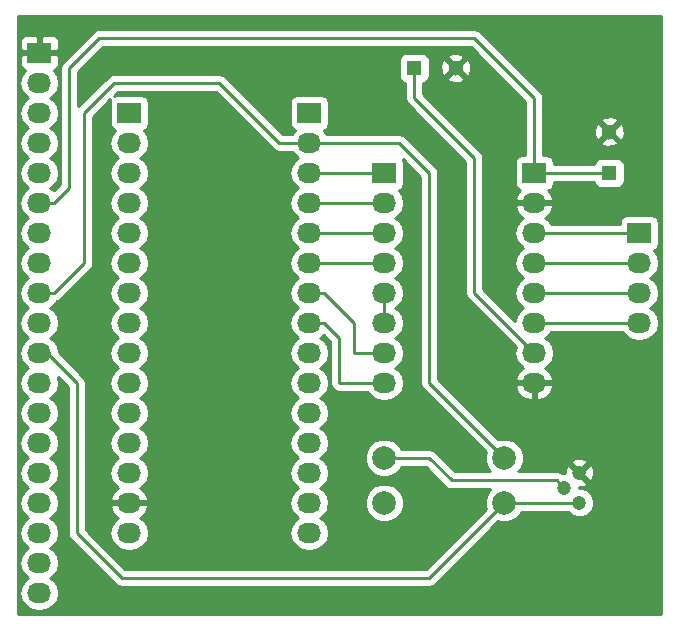
<source format=gtl>
G04 #@! TF.FileFunction,Copper,L1,Top,Signal*
%FSLAX46Y46*%
G04 Gerber Fmt 4.6, Leading zero omitted, Abs format (unit mm)*
G04 Created by KiCad (PCBNEW 4.0.4+e1-6308~48~ubuntu16.04.1-stable) date Mon Oct 24 14:54:08 2016*
%MOMM*%
%LPD*%
G01*
G04 APERTURE LIST*
%ADD10C,0.100000*%
%ADD11R,2.032000X1.727200*%
%ADD12O,2.032000X1.727200*%
%ADD13C,1.300000*%
%ADD14R,1.300000X1.300000*%
%ADD15C,1.200000*%
%ADD16C,1.998980*%
%ADD17C,0.250000*%
%ADD18C,0.254000*%
G04 APERTURE END LIST*
D10*
D11*
X58420000Y-60960000D03*
D12*
X58420000Y-63500000D03*
X58420000Y-66040000D03*
X58420000Y-68580000D03*
X58420000Y-71120000D03*
X58420000Y-73660000D03*
X58420000Y-76200000D03*
X58420000Y-78740000D03*
X58420000Y-81280000D03*
X58420000Y-83820000D03*
X58420000Y-86360000D03*
X58420000Y-88900000D03*
X58420000Y-91440000D03*
X58420000Y-93980000D03*
X58420000Y-96520000D03*
D11*
X73660000Y-60960000D03*
D12*
X73660000Y-63500000D03*
X73660000Y-66040000D03*
X73660000Y-68580000D03*
X73660000Y-71120000D03*
X73660000Y-73660000D03*
X73660000Y-76200000D03*
X73660000Y-78740000D03*
X73660000Y-81280000D03*
X73660000Y-83820000D03*
X73660000Y-86360000D03*
X73660000Y-88900000D03*
X73660000Y-91440000D03*
X73660000Y-93980000D03*
X73660000Y-96520000D03*
D11*
X80010000Y-66040000D03*
D12*
X80010000Y-68580000D03*
X80010000Y-71120000D03*
X80010000Y-73660000D03*
X80010000Y-76200000D03*
X80010000Y-78740000D03*
X80010000Y-81280000D03*
X80010000Y-83820000D03*
D11*
X92710000Y-66040000D03*
D12*
X92710000Y-68580000D03*
X92710000Y-71120000D03*
X92710000Y-73660000D03*
X92710000Y-76200000D03*
X92710000Y-78740000D03*
X92710000Y-81280000D03*
X92710000Y-83820000D03*
D11*
X101600000Y-71120000D03*
D12*
X101600000Y-73660000D03*
X101600000Y-76200000D03*
X101600000Y-78740000D03*
D13*
X86050000Y-57150000D03*
D14*
X82550000Y-57150000D03*
D15*
X96520000Y-91440000D03*
X95250000Y-92710000D03*
X96520000Y-93980000D03*
D16*
X80010000Y-93980000D03*
X90170000Y-93980000D03*
X80010000Y-90170000D03*
X90170000Y-90170000D03*
D13*
X99060000Y-62540000D03*
D14*
X99060000Y-66040000D03*
D11*
X50800000Y-55880000D03*
D12*
X50800000Y-58420000D03*
X50800000Y-60960000D03*
X50800000Y-63500000D03*
X50800000Y-66040000D03*
X50800000Y-68580000D03*
X50800000Y-71120000D03*
X50800000Y-73660000D03*
X50800000Y-76200000D03*
X50800000Y-78740000D03*
X50800000Y-81280000D03*
X50800000Y-83820000D03*
X50800000Y-86360000D03*
X50800000Y-88900000D03*
X50800000Y-91440000D03*
X50800000Y-93980000D03*
X50800000Y-96520000D03*
X50800000Y-99060000D03*
X50800000Y-101600000D03*
D17*
X50800000Y-68580000D02*
X52070000Y-68580000D01*
X92710000Y-59690000D02*
X92710000Y-66040000D01*
X87630000Y-54610000D02*
X92710000Y-59690000D01*
X55880000Y-54610000D02*
X87630000Y-54610000D01*
X53340000Y-57150000D02*
X55880000Y-54610000D01*
X53340000Y-67310000D02*
X53340000Y-57150000D01*
X52070000Y-68580000D02*
X53340000Y-67310000D01*
X92710000Y-66040000D02*
X99060000Y-66040000D01*
X73660000Y-63500000D02*
X81280000Y-63500000D01*
X81280000Y-63500000D02*
X83820000Y-66040000D01*
X50800000Y-76200000D02*
X52070000Y-76200000D01*
X71120000Y-63500000D02*
X73660000Y-63500000D01*
X66040000Y-58420000D02*
X71120000Y-63500000D01*
X57150000Y-58420000D02*
X66040000Y-58420000D01*
X54610000Y-60960000D02*
X57150000Y-58420000D01*
X54610000Y-73660000D02*
X54610000Y-60960000D01*
X52070000Y-76200000D02*
X54610000Y-73660000D01*
X83820000Y-83820000D02*
X90170000Y-90170000D01*
X83820000Y-66040000D02*
X83820000Y-83820000D01*
X50800000Y-81280000D02*
X51435000Y-81280000D01*
X51435000Y-81280000D02*
X53975000Y-83820000D01*
X53975000Y-83820000D02*
X53975000Y-96520000D01*
X53975000Y-96520000D02*
X57785000Y-100330000D01*
X57785000Y-100330000D02*
X83820000Y-100330000D01*
X83820000Y-100330000D02*
X90170000Y-93980000D01*
X90170000Y-93980000D02*
X96520000Y-93980000D01*
X73660000Y-66040000D02*
X80010000Y-66040000D01*
X73660000Y-68580000D02*
X80010000Y-68580000D01*
X73660000Y-71120000D02*
X80010000Y-71120000D01*
X73660000Y-73660000D02*
X80010000Y-73660000D01*
X73660000Y-78740000D02*
X74930000Y-78740000D01*
X74930000Y-78740000D02*
X76200000Y-80010000D01*
X76200000Y-83820000D02*
X80010000Y-83820000D01*
X76200000Y-80010000D02*
X76200000Y-83820000D01*
X80010000Y-76200000D02*
X80010000Y-78740000D01*
X92710000Y-71120000D02*
X101600000Y-71120000D01*
X92710000Y-73660000D02*
X101600000Y-73660000D01*
X92710000Y-76200000D02*
X101600000Y-76200000D01*
X92710000Y-78740000D02*
X101600000Y-78740000D01*
X82550000Y-57150000D02*
X82550000Y-59690000D01*
X87630000Y-76200000D02*
X92710000Y-81280000D01*
X87630000Y-64770000D02*
X87630000Y-76200000D01*
X82550000Y-59690000D02*
X87630000Y-64770000D01*
X73660000Y-76200000D02*
X74930000Y-76200000D01*
X77470000Y-81280000D02*
X80010000Y-81280000D01*
X77470000Y-78740000D02*
X77470000Y-81280000D01*
X74930000Y-76200000D02*
X77470000Y-78740000D01*
X80010000Y-90170000D02*
X83820000Y-90170000D01*
X94615000Y-92075000D02*
X95250000Y-92710000D01*
X85725000Y-92075000D02*
X94615000Y-92075000D01*
X83820000Y-90170000D02*
X85725000Y-92075000D01*
D18*
G36*
X103430000Y-103430000D02*
X48970000Y-103430000D01*
X48970000Y-58420000D01*
X49116655Y-58420000D01*
X49230729Y-58993489D01*
X49555585Y-59479670D01*
X49870366Y-59690000D01*
X49555585Y-59900330D01*
X49230729Y-60386511D01*
X49116655Y-60960000D01*
X49230729Y-61533489D01*
X49555585Y-62019670D01*
X49870366Y-62230000D01*
X49555585Y-62440330D01*
X49230729Y-62926511D01*
X49116655Y-63500000D01*
X49230729Y-64073489D01*
X49555585Y-64559670D01*
X49870366Y-64770000D01*
X49555585Y-64980330D01*
X49230729Y-65466511D01*
X49116655Y-66040000D01*
X49230729Y-66613489D01*
X49555585Y-67099670D01*
X49870366Y-67310000D01*
X49555585Y-67520330D01*
X49230729Y-68006511D01*
X49116655Y-68580000D01*
X49230729Y-69153489D01*
X49555585Y-69639670D01*
X49870366Y-69850000D01*
X49555585Y-70060330D01*
X49230729Y-70546511D01*
X49116655Y-71120000D01*
X49230729Y-71693489D01*
X49555585Y-72179670D01*
X49870366Y-72390000D01*
X49555585Y-72600330D01*
X49230729Y-73086511D01*
X49116655Y-73660000D01*
X49230729Y-74233489D01*
X49555585Y-74719670D01*
X49870366Y-74930000D01*
X49555585Y-75140330D01*
X49230729Y-75626511D01*
X49116655Y-76200000D01*
X49230729Y-76773489D01*
X49555585Y-77259670D01*
X49870366Y-77470000D01*
X49555585Y-77680330D01*
X49230729Y-78166511D01*
X49116655Y-78740000D01*
X49230729Y-79313489D01*
X49555585Y-79799670D01*
X49870366Y-80010000D01*
X49555585Y-80220330D01*
X49230729Y-80706511D01*
X49116655Y-81280000D01*
X49230729Y-81853489D01*
X49555585Y-82339670D01*
X49870366Y-82550000D01*
X49555585Y-82760330D01*
X49230729Y-83246511D01*
X49116655Y-83820000D01*
X49230729Y-84393489D01*
X49555585Y-84879670D01*
X49870366Y-85090000D01*
X49555585Y-85300330D01*
X49230729Y-85786511D01*
X49116655Y-86360000D01*
X49230729Y-86933489D01*
X49555585Y-87419670D01*
X49870366Y-87630000D01*
X49555585Y-87840330D01*
X49230729Y-88326511D01*
X49116655Y-88900000D01*
X49230729Y-89473489D01*
X49555585Y-89959670D01*
X49870366Y-90170000D01*
X49555585Y-90380330D01*
X49230729Y-90866511D01*
X49116655Y-91440000D01*
X49230729Y-92013489D01*
X49555585Y-92499670D01*
X49870366Y-92710000D01*
X49555585Y-92920330D01*
X49230729Y-93406511D01*
X49116655Y-93980000D01*
X49230729Y-94553489D01*
X49555585Y-95039670D01*
X49870366Y-95250000D01*
X49555585Y-95460330D01*
X49230729Y-95946511D01*
X49116655Y-96520000D01*
X49230729Y-97093489D01*
X49555585Y-97579670D01*
X49870366Y-97790000D01*
X49555585Y-98000330D01*
X49230729Y-98486511D01*
X49116655Y-99060000D01*
X49230729Y-99633489D01*
X49555585Y-100119670D01*
X49870366Y-100330000D01*
X49555585Y-100540330D01*
X49230729Y-101026511D01*
X49116655Y-101600000D01*
X49230729Y-102173489D01*
X49555585Y-102659670D01*
X50041766Y-102984526D01*
X50615255Y-103098600D01*
X50984745Y-103098600D01*
X51558234Y-102984526D01*
X52044415Y-102659670D01*
X52369271Y-102173489D01*
X52483345Y-101600000D01*
X52369271Y-101026511D01*
X52044415Y-100540330D01*
X51729634Y-100330000D01*
X52044415Y-100119670D01*
X52369271Y-99633489D01*
X52483345Y-99060000D01*
X52369271Y-98486511D01*
X52044415Y-98000330D01*
X51729634Y-97790000D01*
X52044415Y-97579670D01*
X52369271Y-97093489D01*
X52483345Y-96520000D01*
X52369271Y-95946511D01*
X52044415Y-95460330D01*
X51729634Y-95250000D01*
X52044415Y-95039670D01*
X52369271Y-94553489D01*
X52483345Y-93980000D01*
X52369271Y-93406511D01*
X52044415Y-92920330D01*
X51729634Y-92710000D01*
X52044415Y-92499670D01*
X52369271Y-92013489D01*
X52483345Y-91440000D01*
X52369271Y-90866511D01*
X52044415Y-90380330D01*
X51729634Y-90170000D01*
X52044415Y-89959670D01*
X52369271Y-89473489D01*
X52483345Y-88900000D01*
X52369271Y-88326511D01*
X52044415Y-87840330D01*
X51729634Y-87630000D01*
X52044415Y-87419670D01*
X52369271Y-86933489D01*
X52483345Y-86360000D01*
X52369271Y-85786511D01*
X52044415Y-85300330D01*
X51729634Y-85090000D01*
X52044415Y-84879670D01*
X52369271Y-84393489D01*
X52483345Y-83820000D01*
X52379839Y-83299641D01*
X53215000Y-84134802D01*
X53215000Y-96520000D01*
X53272852Y-96810839D01*
X53437599Y-97057401D01*
X57247599Y-100867401D01*
X57494161Y-101032148D01*
X57785000Y-101090000D01*
X83820000Y-101090000D01*
X84110839Y-101032148D01*
X84357401Y-100867401D01*
X89678917Y-95545885D01*
X89843453Y-95614206D01*
X90493694Y-95614774D01*
X91094655Y-95366462D01*
X91554846Y-94907073D01*
X91624221Y-94740000D01*
X95533644Y-94740000D01*
X95819515Y-95026371D01*
X96273266Y-95214785D01*
X96764579Y-95215214D01*
X97218657Y-95027592D01*
X97566371Y-94680485D01*
X97754785Y-94226734D01*
X97755214Y-93735421D01*
X97567592Y-93281343D01*
X97220485Y-92933629D01*
X96766734Y-92745215D01*
X96484970Y-92744969D01*
X96485027Y-92679521D01*
X96841413Y-92657482D01*
X97153617Y-92528164D01*
X97203130Y-92302735D01*
X96520000Y-91619605D01*
X96505858Y-91633748D01*
X96326253Y-91454143D01*
X96340395Y-91440000D01*
X96699605Y-91440000D01*
X97382735Y-92123130D01*
X97608164Y-92073617D01*
X97767807Y-91608964D01*
X97737482Y-91118587D01*
X97608164Y-90806383D01*
X97382735Y-90756870D01*
X96699605Y-91440000D01*
X96340395Y-91440000D01*
X95657265Y-90756870D01*
X95431836Y-90806383D01*
X95272193Y-91271036D01*
X95284808Y-91475030D01*
X95058464Y-91474832D01*
X94905839Y-91372852D01*
X94615000Y-91315000D01*
X91336539Y-91315000D01*
X91554846Y-91097073D01*
X91770688Y-90577265D01*
X95836870Y-90577265D01*
X96520000Y-91260395D01*
X97203130Y-90577265D01*
X97153617Y-90351836D01*
X96688964Y-90192193D01*
X96198587Y-90222518D01*
X95886383Y-90351836D01*
X95836870Y-90577265D01*
X91770688Y-90577265D01*
X91804206Y-90496547D01*
X91804774Y-89846306D01*
X91556462Y-89245345D01*
X91097073Y-88785154D01*
X90496547Y-88535794D01*
X89846306Y-88535226D01*
X89679111Y-88604309D01*
X85253828Y-84179026D01*
X91102642Y-84179026D01*
X91105291Y-84194791D01*
X91359268Y-84722036D01*
X91795680Y-85111954D01*
X92348087Y-85305184D01*
X92583000Y-85160924D01*
X92583000Y-83947000D01*
X92837000Y-83947000D01*
X92837000Y-85160924D01*
X93071913Y-85305184D01*
X93624320Y-85111954D01*
X94060732Y-84722036D01*
X94314709Y-84194791D01*
X94317358Y-84179026D01*
X94196217Y-83947000D01*
X92837000Y-83947000D01*
X92583000Y-83947000D01*
X91223783Y-83947000D01*
X91102642Y-84179026D01*
X85253828Y-84179026D01*
X84580000Y-83505198D01*
X84580000Y-66040000D01*
X84522148Y-65749161D01*
X84522148Y-65749160D01*
X84357401Y-65502599D01*
X81817401Y-62962599D01*
X81570839Y-62797852D01*
X81280000Y-62740000D01*
X75104648Y-62740000D01*
X74904415Y-62440330D01*
X74890087Y-62430757D01*
X74911317Y-62426762D01*
X75127441Y-62287690D01*
X75272431Y-62075490D01*
X75323440Y-61823600D01*
X75323440Y-60096400D01*
X75279162Y-59861083D01*
X75140090Y-59644959D01*
X74927890Y-59499969D01*
X74676000Y-59448960D01*
X72644000Y-59448960D01*
X72408683Y-59493238D01*
X72192559Y-59632310D01*
X72047569Y-59844510D01*
X71996560Y-60096400D01*
X71996560Y-61823600D01*
X72040838Y-62058917D01*
X72179910Y-62275041D01*
X72392110Y-62420031D01*
X72433439Y-62428400D01*
X72415585Y-62440330D01*
X72215352Y-62740000D01*
X71434802Y-62740000D01*
X66577401Y-57882599D01*
X66330839Y-57717852D01*
X66040000Y-57660000D01*
X57150000Y-57660000D01*
X56907414Y-57708254D01*
X56859160Y-57717852D01*
X56612599Y-57882599D01*
X54100000Y-60395198D01*
X54100000Y-57464802D01*
X55064802Y-56500000D01*
X81252560Y-56500000D01*
X81252560Y-57800000D01*
X81296838Y-58035317D01*
X81435910Y-58251441D01*
X81648110Y-58396431D01*
X81790000Y-58425164D01*
X81790000Y-59690000D01*
X81847852Y-59980839D01*
X82012599Y-60227401D01*
X86870000Y-65084802D01*
X86870000Y-76200000D01*
X86927852Y-76490839D01*
X87092599Y-76737401D01*
X91127619Y-80772421D01*
X91026655Y-81280000D01*
X91140729Y-81853489D01*
X91465585Y-82339670D01*
X91775069Y-82546461D01*
X91359268Y-82917964D01*
X91105291Y-83445209D01*
X91102642Y-83460974D01*
X91223783Y-83693000D01*
X92583000Y-83693000D01*
X92583000Y-83673000D01*
X92837000Y-83673000D01*
X92837000Y-83693000D01*
X94196217Y-83693000D01*
X94317358Y-83460974D01*
X94314709Y-83445209D01*
X94060732Y-82917964D01*
X93644931Y-82546461D01*
X93954415Y-82339670D01*
X94279271Y-81853489D01*
X94393345Y-81280000D01*
X94279271Y-80706511D01*
X93954415Y-80220330D01*
X93639634Y-80010000D01*
X93954415Y-79799670D01*
X94154648Y-79500000D01*
X100155352Y-79500000D01*
X100355585Y-79799670D01*
X100841766Y-80124526D01*
X101415255Y-80238600D01*
X101784745Y-80238600D01*
X102358234Y-80124526D01*
X102844415Y-79799670D01*
X103169271Y-79313489D01*
X103283345Y-78740000D01*
X103169271Y-78166511D01*
X102844415Y-77680330D01*
X102529634Y-77470000D01*
X102844415Y-77259670D01*
X103169271Y-76773489D01*
X103283345Y-76200000D01*
X103169271Y-75626511D01*
X102844415Y-75140330D01*
X102529634Y-74930000D01*
X102844415Y-74719670D01*
X103169271Y-74233489D01*
X103283345Y-73660000D01*
X103169271Y-73086511D01*
X102844415Y-72600330D01*
X102830087Y-72590757D01*
X102851317Y-72586762D01*
X103067441Y-72447690D01*
X103212431Y-72235490D01*
X103263440Y-71983600D01*
X103263440Y-70256400D01*
X103219162Y-70021083D01*
X103080090Y-69804959D01*
X102867890Y-69659969D01*
X102616000Y-69608960D01*
X100584000Y-69608960D01*
X100348683Y-69653238D01*
X100132559Y-69792310D01*
X99987569Y-70004510D01*
X99936560Y-70256400D01*
X99936560Y-70360000D01*
X94154648Y-70360000D01*
X93954415Y-70060330D01*
X93644931Y-69853539D01*
X94060732Y-69482036D01*
X94314709Y-68954791D01*
X94317358Y-68939026D01*
X94196217Y-68707000D01*
X92837000Y-68707000D01*
X92837000Y-68727000D01*
X92583000Y-68727000D01*
X92583000Y-68707000D01*
X91223783Y-68707000D01*
X91102642Y-68939026D01*
X91105291Y-68954791D01*
X91359268Y-69482036D01*
X91775069Y-69853539D01*
X91465585Y-70060330D01*
X91140729Y-70546511D01*
X91026655Y-71120000D01*
X91140729Y-71693489D01*
X91465585Y-72179670D01*
X91780366Y-72390000D01*
X91465585Y-72600330D01*
X91140729Y-73086511D01*
X91026655Y-73660000D01*
X91140729Y-74233489D01*
X91465585Y-74719670D01*
X91780366Y-74930000D01*
X91465585Y-75140330D01*
X91140729Y-75626511D01*
X91026655Y-76200000D01*
X91140729Y-76773489D01*
X91465585Y-77259670D01*
X91780366Y-77470000D01*
X91465585Y-77680330D01*
X91140729Y-78166511D01*
X91062848Y-78558046D01*
X88390000Y-75885198D01*
X88390000Y-64770000D01*
X88332148Y-64479161D01*
X88167401Y-64232599D01*
X83310000Y-59375198D01*
X83310000Y-58426742D01*
X83435317Y-58403162D01*
X83651441Y-58264090D01*
X83796431Y-58051890D01*
X83797012Y-58049016D01*
X85330590Y-58049016D01*
X85386271Y-58279611D01*
X85869078Y-58447622D01*
X86379428Y-58418083D01*
X86713729Y-58279611D01*
X86769410Y-58049016D01*
X86050000Y-57329605D01*
X85330590Y-58049016D01*
X83797012Y-58049016D01*
X83847440Y-57800000D01*
X83847440Y-56969078D01*
X84752378Y-56969078D01*
X84781917Y-57479428D01*
X84920389Y-57813729D01*
X85150984Y-57869410D01*
X85870395Y-57150000D01*
X86229605Y-57150000D01*
X86949016Y-57869410D01*
X87179611Y-57813729D01*
X87347622Y-57330922D01*
X87318083Y-56820572D01*
X87179611Y-56486271D01*
X86949016Y-56430590D01*
X86229605Y-57150000D01*
X85870395Y-57150000D01*
X85150984Y-56430590D01*
X84920389Y-56486271D01*
X84752378Y-56969078D01*
X83847440Y-56969078D01*
X83847440Y-56500000D01*
X83803162Y-56264683D01*
X83794347Y-56250984D01*
X85330590Y-56250984D01*
X86050000Y-56970395D01*
X86769410Y-56250984D01*
X86713729Y-56020389D01*
X86230922Y-55852378D01*
X85720572Y-55881917D01*
X85386271Y-56020389D01*
X85330590Y-56250984D01*
X83794347Y-56250984D01*
X83664090Y-56048559D01*
X83451890Y-55903569D01*
X83200000Y-55852560D01*
X81900000Y-55852560D01*
X81664683Y-55896838D01*
X81448559Y-56035910D01*
X81303569Y-56248110D01*
X81252560Y-56500000D01*
X55064802Y-56500000D01*
X56194802Y-55370000D01*
X87315198Y-55370000D01*
X91950000Y-60004802D01*
X91950000Y-64528960D01*
X91694000Y-64528960D01*
X91458683Y-64573238D01*
X91242559Y-64712310D01*
X91097569Y-64924510D01*
X91046560Y-65176400D01*
X91046560Y-66903600D01*
X91090838Y-67138917D01*
X91229910Y-67355041D01*
X91442110Y-67500031D01*
X91536927Y-67519232D01*
X91359268Y-67677964D01*
X91105291Y-68205209D01*
X91102642Y-68220974D01*
X91223783Y-68453000D01*
X92583000Y-68453000D01*
X92583000Y-68433000D01*
X92837000Y-68433000D01*
X92837000Y-68453000D01*
X94196217Y-68453000D01*
X94317358Y-68220974D01*
X94314709Y-68205209D01*
X94060732Y-67677964D01*
X93885155Y-67521093D01*
X93961317Y-67506762D01*
X94177441Y-67367690D01*
X94322431Y-67155490D01*
X94373440Y-66903600D01*
X94373440Y-66800000D01*
X97783258Y-66800000D01*
X97806838Y-66925317D01*
X97945910Y-67141441D01*
X98158110Y-67286431D01*
X98410000Y-67337440D01*
X99710000Y-67337440D01*
X99945317Y-67293162D01*
X100161441Y-67154090D01*
X100306431Y-66941890D01*
X100357440Y-66690000D01*
X100357440Y-65390000D01*
X100313162Y-65154683D01*
X100174090Y-64938559D01*
X99961890Y-64793569D01*
X99710000Y-64742560D01*
X98410000Y-64742560D01*
X98174683Y-64786838D01*
X97958559Y-64925910D01*
X97813569Y-65138110D01*
X97784836Y-65280000D01*
X94373440Y-65280000D01*
X94373440Y-65176400D01*
X94329162Y-64941083D01*
X94190090Y-64724959D01*
X93977890Y-64579969D01*
X93726000Y-64528960D01*
X93470000Y-64528960D01*
X93470000Y-63439016D01*
X98340590Y-63439016D01*
X98396271Y-63669611D01*
X98879078Y-63837622D01*
X99389428Y-63808083D01*
X99723729Y-63669611D01*
X99779410Y-63439016D01*
X99060000Y-62719605D01*
X98340590Y-63439016D01*
X93470000Y-63439016D01*
X93470000Y-62359078D01*
X97762378Y-62359078D01*
X97791917Y-62869428D01*
X97930389Y-63203729D01*
X98160984Y-63259410D01*
X98880395Y-62540000D01*
X99239605Y-62540000D01*
X99959016Y-63259410D01*
X100189611Y-63203729D01*
X100357622Y-62720922D01*
X100328083Y-62210572D01*
X100189611Y-61876271D01*
X99959016Y-61820590D01*
X99239605Y-62540000D01*
X98880395Y-62540000D01*
X98160984Y-61820590D01*
X97930389Y-61876271D01*
X97762378Y-62359078D01*
X93470000Y-62359078D01*
X93470000Y-61640984D01*
X98340590Y-61640984D01*
X99060000Y-62360395D01*
X99779410Y-61640984D01*
X99723729Y-61410389D01*
X99240922Y-61242378D01*
X98730572Y-61271917D01*
X98396271Y-61410389D01*
X98340590Y-61640984D01*
X93470000Y-61640984D01*
X93470000Y-59690000D01*
X93412148Y-59399161D01*
X93247401Y-59152599D01*
X88167401Y-54072599D01*
X87920839Y-53907852D01*
X87630000Y-53850000D01*
X55880000Y-53850000D01*
X55637414Y-53898254D01*
X55589160Y-53907852D01*
X55342599Y-54072599D01*
X52802599Y-56612599D01*
X52637852Y-56859161D01*
X52580000Y-57150000D01*
X52580000Y-66995198D01*
X52048602Y-67526596D01*
X52044415Y-67520330D01*
X51729634Y-67310000D01*
X52044415Y-67099670D01*
X52369271Y-66613489D01*
X52483345Y-66040000D01*
X52369271Y-65466511D01*
X52044415Y-64980330D01*
X51729634Y-64770000D01*
X52044415Y-64559670D01*
X52369271Y-64073489D01*
X52483345Y-63500000D01*
X52369271Y-62926511D01*
X52044415Y-62440330D01*
X51729634Y-62230000D01*
X52044415Y-62019670D01*
X52369271Y-61533489D01*
X52483345Y-60960000D01*
X52369271Y-60386511D01*
X52044415Y-59900330D01*
X51729634Y-59690000D01*
X52044415Y-59479670D01*
X52369271Y-58993489D01*
X52483345Y-58420000D01*
X52369271Y-57846511D01*
X52044415Y-57360330D01*
X52022220Y-57345500D01*
X52175699Y-57281927D01*
X52354327Y-57103298D01*
X52451000Y-56869909D01*
X52451000Y-56165750D01*
X52292250Y-56007000D01*
X50927000Y-56007000D01*
X50927000Y-56027000D01*
X50673000Y-56027000D01*
X50673000Y-56007000D01*
X49307750Y-56007000D01*
X49149000Y-56165750D01*
X49149000Y-56869909D01*
X49245673Y-57103298D01*
X49424301Y-57281927D01*
X49577780Y-57345500D01*
X49555585Y-57360330D01*
X49230729Y-57846511D01*
X49116655Y-58420000D01*
X48970000Y-58420000D01*
X48970000Y-54890091D01*
X49149000Y-54890091D01*
X49149000Y-55594250D01*
X49307750Y-55753000D01*
X50673000Y-55753000D01*
X50673000Y-54540150D01*
X50927000Y-54540150D01*
X50927000Y-55753000D01*
X52292250Y-55753000D01*
X52451000Y-55594250D01*
X52451000Y-54890091D01*
X52354327Y-54656702D01*
X52175699Y-54478073D01*
X51942310Y-54381400D01*
X51085750Y-54381400D01*
X50927000Y-54540150D01*
X50673000Y-54540150D01*
X50514250Y-54381400D01*
X49657690Y-54381400D01*
X49424301Y-54478073D01*
X49245673Y-54656702D01*
X49149000Y-54890091D01*
X48970000Y-54890091D01*
X48970000Y-52780000D01*
X103430000Y-52780000D01*
X103430000Y-103430000D01*
X103430000Y-103430000D01*
G37*
X103430000Y-103430000D02*
X48970000Y-103430000D01*
X48970000Y-58420000D01*
X49116655Y-58420000D01*
X49230729Y-58993489D01*
X49555585Y-59479670D01*
X49870366Y-59690000D01*
X49555585Y-59900330D01*
X49230729Y-60386511D01*
X49116655Y-60960000D01*
X49230729Y-61533489D01*
X49555585Y-62019670D01*
X49870366Y-62230000D01*
X49555585Y-62440330D01*
X49230729Y-62926511D01*
X49116655Y-63500000D01*
X49230729Y-64073489D01*
X49555585Y-64559670D01*
X49870366Y-64770000D01*
X49555585Y-64980330D01*
X49230729Y-65466511D01*
X49116655Y-66040000D01*
X49230729Y-66613489D01*
X49555585Y-67099670D01*
X49870366Y-67310000D01*
X49555585Y-67520330D01*
X49230729Y-68006511D01*
X49116655Y-68580000D01*
X49230729Y-69153489D01*
X49555585Y-69639670D01*
X49870366Y-69850000D01*
X49555585Y-70060330D01*
X49230729Y-70546511D01*
X49116655Y-71120000D01*
X49230729Y-71693489D01*
X49555585Y-72179670D01*
X49870366Y-72390000D01*
X49555585Y-72600330D01*
X49230729Y-73086511D01*
X49116655Y-73660000D01*
X49230729Y-74233489D01*
X49555585Y-74719670D01*
X49870366Y-74930000D01*
X49555585Y-75140330D01*
X49230729Y-75626511D01*
X49116655Y-76200000D01*
X49230729Y-76773489D01*
X49555585Y-77259670D01*
X49870366Y-77470000D01*
X49555585Y-77680330D01*
X49230729Y-78166511D01*
X49116655Y-78740000D01*
X49230729Y-79313489D01*
X49555585Y-79799670D01*
X49870366Y-80010000D01*
X49555585Y-80220330D01*
X49230729Y-80706511D01*
X49116655Y-81280000D01*
X49230729Y-81853489D01*
X49555585Y-82339670D01*
X49870366Y-82550000D01*
X49555585Y-82760330D01*
X49230729Y-83246511D01*
X49116655Y-83820000D01*
X49230729Y-84393489D01*
X49555585Y-84879670D01*
X49870366Y-85090000D01*
X49555585Y-85300330D01*
X49230729Y-85786511D01*
X49116655Y-86360000D01*
X49230729Y-86933489D01*
X49555585Y-87419670D01*
X49870366Y-87630000D01*
X49555585Y-87840330D01*
X49230729Y-88326511D01*
X49116655Y-88900000D01*
X49230729Y-89473489D01*
X49555585Y-89959670D01*
X49870366Y-90170000D01*
X49555585Y-90380330D01*
X49230729Y-90866511D01*
X49116655Y-91440000D01*
X49230729Y-92013489D01*
X49555585Y-92499670D01*
X49870366Y-92710000D01*
X49555585Y-92920330D01*
X49230729Y-93406511D01*
X49116655Y-93980000D01*
X49230729Y-94553489D01*
X49555585Y-95039670D01*
X49870366Y-95250000D01*
X49555585Y-95460330D01*
X49230729Y-95946511D01*
X49116655Y-96520000D01*
X49230729Y-97093489D01*
X49555585Y-97579670D01*
X49870366Y-97790000D01*
X49555585Y-98000330D01*
X49230729Y-98486511D01*
X49116655Y-99060000D01*
X49230729Y-99633489D01*
X49555585Y-100119670D01*
X49870366Y-100330000D01*
X49555585Y-100540330D01*
X49230729Y-101026511D01*
X49116655Y-101600000D01*
X49230729Y-102173489D01*
X49555585Y-102659670D01*
X50041766Y-102984526D01*
X50615255Y-103098600D01*
X50984745Y-103098600D01*
X51558234Y-102984526D01*
X52044415Y-102659670D01*
X52369271Y-102173489D01*
X52483345Y-101600000D01*
X52369271Y-101026511D01*
X52044415Y-100540330D01*
X51729634Y-100330000D01*
X52044415Y-100119670D01*
X52369271Y-99633489D01*
X52483345Y-99060000D01*
X52369271Y-98486511D01*
X52044415Y-98000330D01*
X51729634Y-97790000D01*
X52044415Y-97579670D01*
X52369271Y-97093489D01*
X52483345Y-96520000D01*
X52369271Y-95946511D01*
X52044415Y-95460330D01*
X51729634Y-95250000D01*
X52044415Y-95039670D01*
X52369271Y-94553489D01*
X52483345Y-93980000D01*
X52369271Y-93406511D01*
X52044415Y-92920330D01*
X51729634Y-92710000D01*
X52044415Y-92499670D01*
X52369271Y-92013489D01*
X52483345Y-91440000D01*
X52369271Y-90866511D01*
X52044415Y-90380330D01*
X51729634Y-90170000D01*
X52044415Y-89959670D01*
X52369271Y-89473489D01*
X52483345Y-88900000D01*
X52369271Y-88326511D01*
X52044415Y-87840330D01*
X51729634Y-87630000D01*
X52044415Y-87419670D01*
X52369271Y-86933489D01*
X52483345Y-86360000D01*
X52369271Y-85786511D01*
X52044415Y-85300330D01*
X51729634Y-85090000D01*
X52044415Y-84879670D01*
X52369271Y-84393489D01*
X52483345Y-83820000D01*
X52379839Y-83299641D01*
X53215000Y-84134802D01*
X53215000Y-96520000D01*
X53272852Y-96810839D01*
X53437599Y-97057401D01*
X57247599Y-100867401D01*
X57494161Y-101032148D01*
X57785000Y-101090000D01*
X83820000Y-101090000D01*
X84110839Y-101032148D01*
X84357401Y-100867401D01*
X89678917Y-95545885D01*
X89843453Y-95614206D01*
X90493694Y-95614774D01*
X91094655Y-95366462D01*
X91554846Y-94907073D01*
X91624221Y-94740000D01*
X95533644Y-94740000D01*
X95819515Y-95026371D01*
X96273266Y-95214785D01*
X96764579Y-95215214D01*
X97218657Y-95027592D01*
X97566371Y-94680485D01*
X97754785Y-94226734D01*
X97755214Y-93735421D01*
X97567592Y-93281343D01*
X97220485Y-92933629D01*
X96766734Y-92745215D01*
X96484970Y-92744969D01*
X96485027Y-92679521D01*
X96841413Y-92657482D01*
X97153617Y-92528164D01*
X97203130Y-92302735D01*
X96520000Y-91619605D01*
X96505858Y-91633748D01*
X96326253Y-91454143D01*
X96340395Y-91440000D01*
X96699605Y-91440000D01*
X97382735Y-92123130D01*
X97608164Y-92073617D01*
X97767807Y-91608964D01*
X97737482Y-91118587D01*
X97608164Y-90806383D01*
X97382735Y-90756870D01*
X96699605Y-91440000D01*
X96340395Y-91440000D01*
X95657265Y-90756870D01*
X95431836Y-90806383D01*
X95272193Y-91271036D01*
X95284808Y-91475030D01*
X95058464Y-91474832D01*
X94905839Y-91372852D01*
X94615000Y-91315000D01*
X91336539Y-91315000D01*
X91554846Y-91097073D01*
X91770688Y-90577265D01*
X95836870Y-90577265D01*
X96520000Y-91260395D01*
X97203130Y-90577265D01*
X97153617Y-90351836D01*
X96688964Y-90192193D01*
X96198587Y-90222518D01*
X95886383Y-90351836D01*
X95836870Y-90577265D01*
X91770688Y-90577265D01*
X91804206Y-90496547D01*
X91804774Y-89846306D01*
X91556462Y-89245345D01*
X91097073Y-88785154D01*
X90496547Y-88535794D01*
X89846306Y-88535226D01*
X89679111Y-88604309D01*
X85253828Y-84179026D01*
X91102642Y-84179026D01*
X91105291Y-84194791D01*
X91359268Y-84722036D01*
X91795680Y-85111954D01*
X92348087Y-85305184D01*
X92583000Y-85160924D01*
X92583000Y-83947000D01*
X92837000Y-83947000D01*
X92837000Y-85160924D01*
X93071913Y-85305184D01*
X93624320Y-85111954D01*
X94060732Y-84722036D01*
X94314709Y-84194791D01*
X94317358Y-84179026D01*
X94196217Y-83947000D01*
X92837000Y-83947000D01*
X92583000Y-83947000D01*
X91223783Y-83947000D01*
X91102642Y-84179026D01*
X85253828Y-84179026D01*
X84580000Y-83505198D01*
X84580000Y-66040000D01*
X84522148Y-65749161D01*
X84522148Y-65749160D01*
X84357401Y-65502599D01*
X81817401Y-62962599D01*
X81570839Y-62797852D01*
X81280000Y-62740000D01*
X75104648Y-62740000D01*
X74904415Y-62440330D01*
X74890087Y-62430757D01*
X74911317Y-62426762D01*
X75127441Y-62287690D01*
X75272431Y-62075490D01*
X75323440Y-61823600D01*
X75323440Y-60096400D01*
X75279162Y-59861083D01*
X75140090Y-59644959D01*
X74927890Y-59499969D01*
X74676000Y-59448960D01*
X72644000Y-59448960D01*
X72408683Y-59493238D01*
X72192559Y-59632310D01*
X72047569Y-59844510D01*
X71996560Y-60096400D01*
X71996560Y-61823600D01*
X72040838Y-62058917D01*
X72179910Y-62275041D01*
X72392110Y-62420031D01*
X72433439Y-62428400D01*
X72415585Y-62440330D01*
X72215352Y-62740000D01*
X71434802Y-62740000D01*
X66577401Y-57882599D01*
X66330839Y-57717852D01*
X66040000Y-57660000D01*
X57150000Y-57660000D01*
X56907414Y-57708254D01*
X56859160Y-57717852D01*
X56612599Y-57882599D01*
X54100000Y-60395198D01*
X54100000Y-57464802D01*
X55064802Y-56500000D01*
X81252560Y-56500000D01*
X81252560Y-57800000D01*
X81296838Y-58035317D01*
X81435910Y-58251441D01*
X81648110Y-58396431D01*
X81790000Y-58425164D01*
X81790000Y-59690000D01*
X81847852Y-59980839D01*
X82012599Y-60227401D01*
X86870000Y-65084802D01*
X86870000Y-76200000D01*
X86927852Y-76490839D01*
X87092599Y-76737401D01*
X91127619Y-80772421D01*
X91026655Y-81280000D01*
X91140729Y-81853489D01*
X91465585Y-82339670D01*
X91775069Y-82546461D01*
X91359268Y-82917964D01*
X91105291Y-83445209D01*
X91102642Y-83460974D01*
X91223783Y-83693000D01*
X92583000Y-83693000D01*
X92583000Y-83673000D01*
X92837000Y-83673000D01*
X92837000Y-83693000D01*
X94196217Y-83693000D01*
X94317358Y-83460974D01*
X94314709Y-83445209D01*
X94060732Y-82917964D01*
X93644931Y-82546461D01*
X93954415Y-82339670D01*
X94279271Y-81853489D01*
X94393345Y-81280000D01*
X94279271Y-80706511D01*
X93954415Y-80220330D01*
X93639634Y-80010000D01*
X93954415Y-79799670D01*
X94154648Y-79500000D01*
X100155352Y-79500000D01*
X100355585Y-79799670D01*
X100841766Y-80124526D01*
X101415255Y-80238600D01*
X101784745Y-80238600D01*
X102358234Y-80124526D01*
X102844415Y-79799670D01*
X103169271Y-79313489D01*
X103283345Y-78740000D01*
X103169271Y-78166511D01*
X102844415Y-77680330D01*
X102529634Y-77470000D01*
X102844415Y-77259670D01*
X103169271Y-76773489D01*
X103283345Y-76200000D01*
X103169271Y-75626511D01*
X102844415Y-75140330D01*
X102529634Y-74930000D01*
X102844415Y-74719670D01*
X103169271Y-74233489D01*
X103283345Y-73660000D01*
X103169271Y-73086511D01*
X102844415Y-72600330D01*
X102830087Y-72590757D01*
X102851317Y-72586762D01*
X103067441Y-72447690D01*
X103212431Y-72235490D01*
X103263440Y-71983600D01*
X103263440Y-70256400D01*
X103219162Y-70021083D01*
X103080090Y-69804959D01*
X102867890Y-69659969D01*
X102616000Y-69608960D01*
X100584000Y-69608960D01*
X100348683Y-69653238D01*
X100132559Y-69792310D01*
X99987569Y-70004510D01*
X99936560Y-70256400D01*
X99936560Y-70360000D01*
X94154648Y-70360000D01*
X93954415Y-70060330D01*
X93644931Y-69853539D01*
X94060732Y-69482036D01*
X94314709Y-68954791D01*
X94317358Y-68939026D01*
X94196217Y-68707000D01*
X92837000Y-68707000D01*
X92837000Y-68727000D01*
X92583000Y-68727000D01*
X92583000Y-68707000D01*
X91223783Y-68707000D01*
X91102642Y-68939026D01*
X91105291Y-68954791D01*
X91359268Y-69482036D01*
X91775069Y-69853539D01*
X91465585Y-70060330D01*
X91140729Y-70546511D01*
X91026655Y-71120000D01*
X91140729Y-71693489D01*
X91465585Y-72179670D01*
X91780366Y-72390000D01*
X91465585Y-72600330D01*
X91140729Y-73086511D01*
X91026655Y-73660000D01*
X91140729Y-74233489D01*
X91465585Y-74719670D01*
X91780366Y-74930000D01*
X91465585Y-75140330D01*
X91140729Y-75626511D01*
X91026655Y-76200000D01*
X91140729Y-76773489D01*
X91465585Y-77259670D01*
X91780366Y-77470000D01*
X91465585Y-77680330D01*
X91140729Y-78166511D01*
X91062848Y-78558046D01*
X88390000Y-75885198D01*
X88390000Y-64770000D01*
X88332148Y-64479161D01*
X88167401Y-64232599D01*
X83310000Y-59375198D01*
X83310000Y-58426742D01*
X83435317Y-58403162D01*
X83651441Y-58264090D01*
X83796431Y-58051890D01*
X83797012Y-58049016D01*
X85330590Y-58049016D01*
X85386271Y-58279611D01*
X85869078Y-58447622D01*
X86379428Y-58418083D01*
X86713729Y-58279611D01*
X86769410Y-58049016D01*
X86050000Y-57329605D01*
X85330590Y-58049016D01*
X83797012Y-58049016D01*
X83847440Y-57800000D01*
X83847440Y-56969078D01*
X84752378Y-56969078D01*
X84781917Y-57479428D01*
X84920389Y-57813729D01*
X85150984Y-57869410D01*
X85870395Y-57150000D01*
X86229605Y-57150000D01*
X86949016Y-57869410D01*
X87179611Y-57813729D01*
X87347622Y-57330922D01*
X87318083Y-56820572D01*
X87179611Y-56486271D01*
X86949016Y-56430590D01*
X86229605Y-57150000D01*
X85870395Y-57150000D01*
X85150984Y-56430590D01*
X84920389Y-56486271D01*
X84752378Y-56969078D01*
X83847440Y-56969078D01*
X83847440Y-56500000D01*
X83803162Y-56264683D01*
X83794347Y-56250984D01*
X85330590Y-56250984D01*
X86050000Y-56970395D01*
X86769410Y-56250984D01*
X86713729Y-56020389D01*
X86230922Y-55852378D01*
X85720572Y-55881917D01*
X85386271Y-56020389D01*
X85330590Y-56250984D01*
X83794347Y-56250984D01*
X83664090Y-56048559D01*
X83451890Y-55903569D01*
X83200000Y-55852560D01*
X81900000Y-55852560D01*
X81664683Y-55896838D01*
X81448559Y-56035910D01*
X81303569Y-56248110D01*
X81252560Y-56500000D01*
X55064802Y-56500000D01*
X56194802Y-55370000D01*
X87315198Y-55370000D01*
X91950000Y-60004802D01*
X91950000Y-64528960D01*
X91694000Y-64528960D01*
X91458683Y-64573238D01*
X91242559Y-64712310D01*
X91097569Y-64924510D01*
X91046560Y-65176400D01*
X91046560Y-66903600D01*
X91090838Y-67138917D01*
X91229910Y-67355041D01*
X91442110Y-67500031D01*
X91536927Y-67519232D01*
X91359268Y-67677964D01*
X91105291Y-68205209D01*
X91102642Y-68220974D01*
X91223783Y-68453000D01*
X92583000Y-68453000D01*
X92583000Y-68433000D01*
X92837000Y-68433000D01*
X92837000Y-68453000D01*
X94196217Y-68453000D01*
X94317358Y-68220974D01*
X94314709Y-68205209D01*
X94060732Y-67677964D01*
X93885155Y-67521093D01*
X93961317Y-67506762D01*
X94177441Y-67367690D01*
X94322431Y-67155490D01*
X94373440Y-66903600D01*
X94373440Y-66800000D01*
X97783258Y-66800000D01*
X97806838Y-66925317D01*
X97945910Y-67141441D01*
X98158110Y-67286431D01*
X98410000Y-67337440D01*
X99710000Y-67337440D01*
X99945317Y-67293162D01*
X100161441Y-67154090D01*
X100306431Y-66941890D01*
X100357440Y-66690000D01*
X100357440Y-65390000D01*
X100313162Y-65154683D01*
X100174090Y-64938559D01*
X99961890Y-64793569D01*
X99710000Y-64742560D01*
X98410000Y-64742560D01*
X98174683Y-64786838D01*
X97958559Y-64925910D01*
X97813569Y-65138110D01*
X97784836Y-65280000D01*
X94373440Y-65280000D01*
X94373440Y-65176400D01*
X94329162Y-64941083D01*
X94190090Y-64724959D01*
X93977890Y-64579969D01*
X93726000Y-64528960D01*
X93470000Y-64528960D01*
X93470000Y-63439016D01*
X98340590Y-63439016D01*
X98396271Y-63669611D01*
X98879078Y-63837622D01*
X99389428Y-63808083D01*
X99723729Y-63669611D01*
X99779410Y-63439016D01*
X99060000Y-62719605D01*
X98340590Y-63439016D01*
X93470000Y-63439016D01*
X93470000Y-62359078D01*
X97762378Y-62359078D01*
X97791917Y-62869428D01*
X97930389Y-63203729D01*
X98160984Y-63259410D01*
X98880395Y-62540000D01*
X99239605Y-62540000D01*
X99959016Y-63259410D01*
X100189611Y-63203729D01*
X100357622Y-62720922D01*
X100328083Y-62210572D01*
X100189611Y-61876271D01*
X99959016Y-61820590D01*
X99239605Y-62540000D01*
X98880395Y-62540000D01*
X98160984Y-61820590D01*
X97930389Y-61876271D01*
X97762378Y-62359078D01*
X93470000Y-62359078D01*
X93470000Y-61640984D01*
X98340590Y-61640984D01*
X99060000Y-62360395D01*
X99779410Y-61640984D01*
X99723729Y-61410389D01*
X99240922Y-61242378D01*
X98730572Y-61271917D01*
X98396271Y-61410389D01*
X98340590Y-61640984D01*
X93470000Y-61640984D01*
X93470000Y-59690000D01*
X93412148Y-59399161D01*
X93247401Y-59152599D01*
X88167401Y-54072599D01*
X87920839Y-53907852D01*
X87630000Y-53850000D01*
X55880000Y-53850000D01*
X55637414Y-53898254D01*
X55589160Y-53907852D01*
X55342599Y-54072599D01*
X52802599Y-56612599D01*
X52637852Y-56859161D01*
X52580000Y-57150000D01*
X52580000Y-66995198D01*
X52048602Y-67526596D01*
X52044415Y-67520330D01*
X51729634Y-67310000D01*
X52044415Y-67099670D01*
X52369271Y-66613489D01*
X52483345Y-66040000D01*
X52369271Y-65466511D01*
X52044415Y-64980330D01*
X51729634Y-64770000D01*
X52044415Y-64559670D01*
X52369271Y-64073489D01*
X52483345Y-63500000D01*
X52369271Y-62926511D01*
X52044415Y-62440330D01*
X51729634Y-62230000D01*
X52044415Y-62019670D01*
X52369271Y-61533489D01*
X52483345Y-60960000D01*
X52369271Y-60386511D01*
X52044415Y-59900330D01*
X51729634Y-59690000D01*
X52044415Y-59479670D01*
X52369271Y-58993489D01*
X52483345Y-58420000D01*
X52369271Y-57846511D01*
X52044415Y-57360330D01*
X52022220Y-57345500D01*
X52175699Y-57281927D01*
X52354327Y-57103298D01*
X52451000Y-56869909D01*
X52451000Y-56165750D01*
X52292250Y-56007000D01*
X50927000Y-56007000D01*
X50927000Y-56027000D01*
X50673000Y-56027000D01*
X50673000Y-56007000D01*
X49307750Y-56007000D01*
X49149000Y-56165750D01*
X49149000Y-56869909D01*
X49245673Y-57103298D01*
X49424301Y-57281927D01*
X49577780Y-57345500D01*
X49555585Y-57360330D01*
X49230729Y-57846511D01*
X49116655Y-58420000D01*
X48970000Y-58420000D01*
X48970000Y-54890091D01*
X49149000Y-54890091D01*
X49149000Y-55594250D01*
X49307750Y-55753000D01*
X50673000Y-55753000D01*
X50673000Y-54540150D01*
X50927000Y-54540150D01*
X50927000Y-55753000D01*
X52292250Y-55753000D01*
X52451000Y-55594250D01*
X52451000Y-54890091D01*
X52354327Y-54656702D01*
X52175699Y-54478073D01*
X51942310Y-54381400D01*
X51085750Y-54381400D01*
X50927000Y-54540150D01*
X50673000Y-54540150D01*
X50514250Y-54381400D01*
X49657690Y-54381400D01*
X49424301Y-54478073D01*
X49245673Y-54656702D01*
X49149000Y-54890091D01*
X48970000Y-54890091D01*
X48970000Y-52780000D01*
X103430000Y-52780000D01*
X103430000Y-103430000D01*
G36*
X70582599Y-64037401D02*
X70829161Y-64202148D01*
X71120000Y-64260000D01*
X72215352Y-64260000D01*
X72415585Y-64559670D01*
X72730366Y-64770000D01*
X72415585Y-64980330D01*
X72090729Y-65466511D01*
X71976655Y-66040000D01*
X72090729Y-66613489D01*
X72415585Y-67099670D01*
X72730366Y-67310000D01*
X72415585Y-67520330D01*
X72090729Y-68006511D01*
X71976655Y-68580000D01*
X72090729Y-69153489D01*
X72415585Y-69639670D01*
X72730366Y-69850000D01*
X72415585Y-70060330D01*
X72090729Y-70546511D01*
X71976655Y-71120000D01*
X72090729Y-71693489D01*
X72415585Y-72179670D01*
X72730366Y-72390000D01*
X72415585Y-72600330D01*
X72090729Y-73086511D01*
X71976655Y-73660000D01*
X72090729Y-74233489D01*
X72415585Y-74719670D01*
X72730366Y-74930000D01*
X72415585Y-75140330D01*
X72090729Y-75626511D01*
X71976655Y-76200000D01*
X72090729Y-76773489D01*
X72415585Y-77259670D01*
X72730366Y-77470000D01*
X72415585Y-77680330D01*
X72090729Y-78166511D01*
X71976655Y-78740000D01*
X72090729Y-79313489D01*
X72415585Y-79799670D01*
X72730366Y-80010000D01*
X72415585Y-80220330D01*
X72090729Y-80706511D01*
X71976655Y-81280000D01*
X72090729Y-81853489D01*
X72415585Y-82339670D01*
X72730366Y-82550000D01*
X72415585Y-82760330D01*
X72090729Y-83246511D01*
X71976655Y-83820000D01*
X72090729Y-84393489D01*
X72415585Y-84879670D01*
X72730366Y-85090000D01*
X72415585Y-85300330D01*
X72090729Y-85786511D01*
X71976655Y-86360000D01*
X72090729Y-86933489D01*
X72415585Y-87419670D01*
X72730366Y-87630000D01*
X72415585Y-87840330D01*
X72090729Y-88326511D01*
X71976655Y-88900000D01*
X72090729Y-89473489D01*
X72415585Y-89959670D01*
X72730366Y-90170000D01*
X72415585Y-90380330D01*
X72090729Y-90866511D01*
X71976655Y-91440000D01*
X72090729Y-92013489D01*
X72415585Y-92499670D01*
X72730366Y-92710000D01*
X72415585Y-92920330D01*
X72090729Y-93406511D01*
X71976655Y-93980000D01*
X72090729Y-94553489D01*
X72415585Y-95039670D01*
X72730366Y-95250000D01*
X72415585Y-95460330D01*
X72090729Y-95946511D01*
X71976655Y-96520000D01*
X72090729Y-97093489D01*
X72415585Y-97579670D01*
X72901766Y-97904526D01*
X73475255Y-98018600D01*
X73844745Y-98018600D01*
X74418234Y-97904526D01*
X74904415Y-97579670D01*
X75229271Y-97093489D01*
X75343345Y-96520000D01*
X75229271Y-95946511D01*
X74904415Y-95460330D01*
X74589634Y-95250000D01*
X74904415Y-95039670D01*
X75229271Y-94553489D01*
X75278958Y-94303694D01*
X78375226Y-94303694D01*
X78623538Y-94904655D01*
X79082927Y-95364846D01*
X79683453Y-95614206D01*
X80333694Y-95614774D01*
X80934655Y-95366462D01*
X81394846Y-94907073D01*
X81644206Y-94306547D01*
X81644774Y-93656306D01*
X81396462Y-93055345D01*
X80937073Y-92595154D01*
X80336547Y-92345794D01*
X79686306Y-92345226D01*
X79085345Y-92593538D01*
X78625154Y-93052927D01*
X78375794Y-93653453D01*
X78375226Y-94303694D01*
X75278958Y-94303694D01*
X75343345Y-93980000D01*
X75229271Y-93406511D01*
X74904415Y-92920330D01*
X74589634Y-92710000D01*
X74904415Y-92499670D01*
X75229271Y-92013489D01*
X75343345Y-91440000D01*
X75229271Y-90866511D01*
X74904415Y-90380330D01*
X74589634Y-90170000D01*
X74904415Y-89959670D01*
X75229271Y-89473489D01*
X75343345Y-88900000D01*
X75229271Y-88326511D01*
X74904415Y-87840330D01*
X74589634Y-87630000D01*
X74904415Y-87419670D01*
X75229271Y-86933489D01*
X75343345Y-86360000D01*
X75229271Y-85786511D01*
X74904415Y-85300330D01*
X74589634Y-85090000D01*
X74904415Y-84879670D01*
X75229271Y-84393489D01*
X75343345Y-83820000D01*
X75229271Y-83246511D01*
X74904415Y-82760330D01*
X74589634Y-82550000D01*
X74904415Y-82339670D01*
X75229271Y-81853489D01*
X75343345Y-81280000D01*
X75229271Y-80706511D01*
X74904415Y-80220330D01*
X74589634Y-80010000D01*
X74904415Y-79799670D01*
X74908602Y-79793404D01*
X75440000Y-80324802D01*
X75440000Y-83820000D01*
X75497852Y-84110839D01*
X75662599Y-84357401D01*
X75909161Y-84522148D01*
X76200000Y-84580000D01*
X78565352Y-84580000D01*
X78765585Y-84879670D01*
X79251766Y-85204526D01*
X79825255Y-85318600D01*
X80194745Y-85318600D01*
X80768234Y-85204526D01*
X81254415Y-84879670D01*
X81579271Y-84393489D01*
X81693345Y-83820000D01*
X81579271Y-83246511D01*
X81254415Y-82760330D01*
X80939634Y-82550000D01*
X81254415Y-82339670D01*
X81579271Y-81853489D01*
X81693345Y-81280000D01*
X81579271Y-80706511D01*
X81254415Y-80220330D01*
X80939634Y-80010000D01*
X81254415Y-79799670D01*
X81579271Y-79313489D01*
X81693345Y-78740000D01*
X81579271Y-78166511D01*
X81254415Y-77680330D01*
X80939634Y-77470000D01*
X81254415Y-77259670D01*
X81579271Y-76773489D01*
X81693345Y-76200000D01*
X81579271Y-75626511D01*
X81254415Y-75140330D01*
X80939634Y-74930000D01*
X81254415Y-74719670D01*
X81579271Y-74233489D01*
X81693345Y-73660000D01*
X81579271Y-73086511D01*
X81254415Y-72600330D01*
X80939634Y-72390000D01*
X81254415Y-72179670D01*
X81579271Y-71693489D01*
X81693345Y-71120000D01*
X81579271Y-70546511D01*
X81254415Y-70060330D01*
X80939634Y-69850000D01*
X81254415Y-69639670D01*
X81579271Y-69153489D01*
X81693345Y-68580000D01*
X81579271Y-68006511D01*
X81254415Y-67520330D01*
X81240087Y-67510757D01*
X81261317Y-67506762D01*
X81477441Y-67367690D01*
X81622431Y-67155490D01*
X81673440Y-66903600D01*
X81673440Y-65176400D01*
X81629162Y-64941083D01*
X81598264Y-64893066D01*
X83060000Y-66354802D01*
X83060000Y-83820000D01*
X83117852Y-84110839D01*
X83282599Y-84357401D01*
X88604115Y-89678917D01*
X88535794Y-89843453D01*
X88535226Y-90493694D01*
X88783538Y-91094655D01*
X89003499Y-91315000D01*
X86039802Y-91315000D01*
X84357401Y-89632599D01*
X84110839Y-89467852D01*
X83820000Y-89410000D01*
X81464496Y-89410000D01*
X81396462Y-89245345D01*
X80937073Y-88785154D01*
X80336547Y-88535794D01*
X79686306Y-88535226D01*
X79085345Y-88783538D01*
X78625154Y-89242927D01*
X78375794Y-89843453D01*
X78375226Y-90493694D01*
X78623538Y-91094655D01*
X79082927Y-91554846D01*
X79683453Y-91804206D01*
X80333694Y-91804774D01*
X80934655Y-91556462D01*
X81394846Y-91097073D01*
X81464221Y-90930000D01*
X83505198Y-90930000D01*
X85187599Y-92612401D01*
X85434161Y-92777148D01*
X85725000Y-92835000D01*
X89003461Y-92835000D01*
X88785154Y-93052927D01*
X88535794Y-93653453D01*
X88535226Y-94303694D01*
X88604309Y-94470889D01*
X83505198Y-99570000D01*
X58099802Y-99570000D01*
X55049802Y-96520000D01*
X56736655Y-96520000D01*
X56850729Y-97093489D01*
X57175585Y-97579670D01*
X57661766Y-97904526D01*
X58235255Y-98018600D01*
X58604745Y-98018600D01*
X59178234Y-97904526D01*
X59664415Y-97579670D01*
X59989271Y-97093489D01*
X60103345Y-96520000D01*
X59989271Y-95946511D01*
X59664415Y-95460330D01*
X59354931Y-95253539D01*
X59770732Y-94882036D01*
X60024709Y-94354791D01*
X60027358Y-94339026D01*
X59906217Y-94107000D01*
X58547000Y-94107000D01*
X58547000Y-94127000D01*
X58293000Y-94127000D01*
X58293000Y-94107000D01*
X56933783Y-94107000D01*
X56812642Y-94339026D01*
X56815291Y-94354791D01*
X57069268Y-94882036D01*
X57485069Y-95253539D01*
X57175585Y-95460330D01*
X56850729Y-95946511D01*
X56736655Y-96520000D01*
X55049802Y-96520000D01*
X54735000Y-96205198D01*
X54735000Y-83820000D01*
X54677148Y-83529161D01*
X54677148Y-83529160D01*
X54512401Y-83282599D01*
X52476776Y-81246974D01*
X52369271Y-80706511D01*
X52044415Y-80220330D01*
X51729634Y-80010000D01*
X52044415Y-79799670D01*
X52369271Y-79313489D01*
X52483345Y-78740000D01*
X52369271Y-78166511D01*
X52044415Y-77680330D01*
X51729634Y-77470000D01*
X52044415Y-77259670D01*
X52271419Y-76919935D01*
X52360839Y-76902148D01*
X52607401Y-76737401D01*
X55147401Y-74197401D01*
X55312148Y-73950840D01*
X55321746Y-73902586D01*
X55370000Y-73660000D01*
X55370000Y-61274802D01*
X56823267Y-59821535D01*
X56807569Y-59844510D01*
X56756560Y-60096400D01*
X56756560Y-61823600D01*
X56800838Y-62058917D01*
X56939910Y-62275041D01*
X57152110Y-62420031D01*
X57193439Y-62428400D01*
X57175585Y-62440330D01*
X56850729Y-62926511D01*
X56736655Y-63500000D01*
X56850729Y-64073489D01*
X57175585Y-64559670D01*
X57490366Y-64770000D01*
X57175585Y-64980330D01*
X56850729Y-65466511D01*
X56736655Y-66040000D01*
X56850729Y-66613489D01*
X57175585Y-67099670D01*
X57490366Y-67310000D01*
X57175585Y-67520330D01*
X56850729Y-68006511D01*
X56736655Y-68580000D01*
X56850729Y-69153489D01*
X57175585Y-69639670D01*
X57490366Y-69850000D01*
X57175585Y-70060330D01*
X56850729Y-70546511D01*
X56736655Y-71120000D01*
X56850729Y-71693489D01*
X57175585Y-72179670D01*
X57490366Y-72390000D01*
X57175585Y-72600330D01*
X56850729Y-73086511D01*
X56736655Y-73660000D01*
X56850729Y-74233489D01*
X57175585Y-74719670D01*
X57490366Y-74930000D01*
X57175585Y-75140330D01*
X56850729Y-75626511D01*
X56736655Y-76200000D01*
X56850729Y-76773489D01*
X57175585Y-77259670D01*
X57490366Y-77470000D01*
X57175585Y-77680330D01*
X56850729Y-78166511D01*
X56736655Y-78740000D01*
X56850729Y-79313489D01*
X57175585Y-79799670D01*
X57490366Y-80010000D01*
X57175585Y-80220330D01*
X56850729Y-80706511D01*
X56736655Y-81280000D01*
X56850729Y-81853489D01*
X57175585Y-82339670D01*
X57490366Y-82550000D01*
X57175585Y-82760330D01*
X56850729Y-83246511D01*
X56736655Y-83820000D01*
X56850729Y-84393489D01*
X57175585Y-84879670D01*
X57490366Y-85090000D01*
X57175585Y-85300330D01*
X56850729Y-85786511D01*
X56736655Y-86360000D01*
X56850729Y-86933489D01*
X57175585Y-87419670D01*
X57490366Y-87630000D01*
X57175585Y-87840330D01*
X56850729Y-88326511D01*
X56736655Y-88900000D01*
X56850729Y-89473489D01*
X57175585Y-89959670D01*
X57490366Y-90170000D01*
X57175585Y-90380330D01*
X56850729Y-90866511D01*
X56736655Y-91440000D01*
X56850729Y-92013489D01*
X57175585Y-92499670D01*
X57485069Y-92706461D01*
X57069268Y-93077964D01*
X56815291Y-93605209D01*
X56812642Y-93620974D01*
X56933783Y-93853000D01*
X58293000Y-93853000D01*
X58293000Y-93833000D01*
X58547000Y-93833000D01*
X58547000Y-93853000D01*
X59906217Y-93853000D01*
X60027358Y-93620974D01*
X60024709Y-93605209D01*
X59770732Y-93077964D01*
X59354931Y-92706461D01*
X59664415Y-92499670D01*
X59989271Y-92013489D01*
X60103345Y-91440000D01*
X59989271Y-90866511D01*
X59664415Y-90380330D01*
X59349634Y-90170000D01*
X59664415Y-89959670D01*
X59989271Y-89473489D01*
X60103345Y-88900000D01*
X59989271Y-88326511D01*
X59664415Y-87840330D01*
X59349634Y-87630000D01*
X59664415Y-87419670D01*
X59989271Y-86933489D01*
X60103345Y-86360000D01*
X59989271Y-85786511D01*
X59664415Y-85300330D01*
X59349634Y-85090000D01*
X59664415Y-84879670D01*
X59989271Y-84393489D01*
X60103345Y-83820000D01*
X59989271Y-83246511D01*
X59664415Y-82760330D01*
X59349634Y-82550000D01*
X59664415Y-82339670D01*
X59989271Y-81853489D01*
X60103345Y-81280000D01*
X59989271Y-80706511D01*
X59664415Y-80220330D01*
X59349634Y-80010000D01*
X59664415Y-79799670D01*
X59989271Y-79313489D01*
X60103345Y-78740000D01*
X59989271Y-78166511D01*
X59664415Y-77680330D01*
X59349634Y-77470000D01*
X59664415Y-77259670D01*
X59989271Y-76773489D01*
X60103345Y-76200000D01*
X59989271Y-75626511D01*
X59664415Y-75140330D01*
X59349634Y-74930000D01*
X59664415Y-74719670D01*
X59989271Y-74233489D01*
X60103345Y-73660000D01*
X59989271Y-73086511D01*
X59664415Y-72600330D01*
X59349634Y-72390000D01*
X59664415Y-72179670D01*
X59989271Y-71693489D01*
X60103345Y-71120000D01*
X59989271Y-70546511D01*
X59664415Y-70060330D01*
X59349634Y-69850000D01*
X59664415Y-69639670D01*
X59989271Y-69153489D01*
X60103345Y-68580000D01*
X59989271Y-68006511D01*
X59664415Y-67520330D01*
X59349634Y-67310000D01*
X59664415Y-67099670D01*
X59989271Y-66613489D01*
X60103345Y-66040000D01*
X59989271Y-65466511D01*
X59664415Y-64980330D01*
X59349634Y-64770000D01*
X59664415Y-64559670D01*
X59989271Y-64073489D01*
X60103345Y-63500000D01*
X59989271Y-62926511D01*
X59664415Y-62440330D01*
X59650087Y-62430757D01*
X59671317Y-62426762D01*
X59887441Y-62287690D01*
X60032431Y-62075490D01*
X60083440Y-61823600D01*
X60083440Y-60096400D01*
X60039162Y-59861083D01*
X59900090Y-59644959D01*
X59687890Y-59499969D01*
X59436000Y-59448960D01*
X57404000Y-59448960D01*
X57168683Y-59493238D01*
X57120666Y-59524136D01*
X57464802Y-59180000D01*
X65725198Y-59180000D01*
X70582599Y-64037401D01*
X70582599Y-64037401D01*
G37*
X70582599Y-64037401D02*
X70829161Y-64202148D01*
X71120000Y-64260000D01*
X72215352Y-64260000D01*
X72415585Y-64559670D01*
X72730366Y-64770000D01*
X72415585Y-64980330D01*
X72090729Y-65466511D01*
X71976655Y-66040000D01*
X72090729Y-66613489D01*
X72415585Y-67099670D01*
X72730366Y-67310000D01*
X72415585Y-67520330D01*
X72090729Y-68006511D01*
X71976655Y-68580000D01*
X72090729Y-69153489D01*
X72415585Y-69639670D01*
X72730366Y-69850000D01*
X72415585Y-70060330D01*
X72090729Y-70546511D01*
X71976655Y-71120000D01*
X72090729Y-71693489D01*
X72415585Y-72179670D01*
X72730366Y-72390000D01*
X72415585Y-72600330D01*
X72090729Y-73086511D01*
X71976655Y-73660000D01*
X72090729Y-74233489D01*
X72415585Y-74719670D01*
X72730366Y-74930000D01*
X72415585Y-75140330D01*
X72090729Y-75626511D01*
X71976655Y-76200000D01*
X72090729Y-76773489D01*
X72415585Y-77259670D01*
X72730366Y-77470000D01*
X72415585Y-77680330D01*
X72090729Y-78166511D01*
X71976655Y-78740000D01*
X72090729Y-79313489D01*
X72415585Y-79799670D01*
X72730366Y-80010000D01*
X72415585Y-80220330D01*
X72090729Y-80706511D01*
X71976655Y-81280000D01*
X72090729Y-81853489D01*
X72415585Y-82339670D01*
X72730366Y-82550000D01*
X72415585Y-82760330D01*
X72090729Y-83246511D01*
X71976655Y-83820000D01*
X72090729Y-84393489D01*
X72415585Y-84879670D01*
X72730366Y-85090000D01*
X72415585Y-85300330D01*
X72090729Y-85786511D01*
X71976655Y-86360000D01*
X72090729Y-86933489D01*
X72415585Y-87419670D01*
X72730366Y-87630000D01*
X72415585Y-87840330D01*
X72090729Y-88326511D01*
X71976655Y-88900000D01*
X72090729Y-89473489D01*
X72415585Y-89959670D01*
X72730366Y-90170000D01*
X72415585Y-90380330D01*
X72090729Y-90866511D01*
X71976655Y-91440000D01*
X72090729Y-92013489D01*
X72415585Y-92499670D01*
X72730366Y-92710000D01*
X72415585Y-92920330D01*
X72090729Y-93406511D01*
X71976655Y-93980000D01*
X72090729Y-94553489D01*
X72415585Y-95039670D01*
X72730366Y-95250000D01*
X72415585Y-95460330D01*
X72090729Y-95946511D01*
X71976655Y-96520000D01*
X72090729Y-97093489D01*
X72415585Y-97579670D01*
X72901766Y-97904526D01*
X73475255Y-98018600D01*
X73844745Y-98018600D01*
X74418234Y-97904526D01*
X74904415Y-97579670D01*
X75229271Y-97093489D01*
X75343345Y-96520000D01*
X75229271Y-95946511D01*
X74904415Y-95460330D01*
X74589634Y-95250000D01*
X74904415Y-95039670D01*
X75229271Y-94553489D01*
X75278958Y-94303694D01*
X78375226Y-94303694D01*
X78623538Y-94904655D01*
X79082927Y-95364846D01*
X79683453Y-95614206D01*
X80333694Y-95614774D01*
X80934655Y-95366462D01*
X81394846Y-94907073D01*
X81644206Y-94306547D01*
X81644774Y-93656306D01*
X81396462Y-93055345D01*
X80937073Y-92595154D01*
X80336547Y-92345794D01*
X79686306Y-92345226D01*
X79085345Y-92593538D01*
X78625154Y-93052927D01*
X78375794Y-93653453D01*
X78375226Y-94303694D01*
X75278958Y-94303694D01*
X75343345Y-93980000D01*
X75229271Y-93406511D01*
X74904415Y-92920330D01*
X74589634Y-92710000D01*
X74904415Y-92499670D01*
X75229271Y-92013489D01*
X75343345Y-91440000D01*
X75229271Y-90866511D01*
X74904415Y-90380330D01*
X74589634Y-90170000D01*
X74904415Y-89959670D01*
X75229271Y-89473489D01*
X75343345Y-88900000D01*
X75229271Y-88326511D01*
X74904415Y-87840330D01*
X74589634Y-87630000D01*
X74904415Y-87419670D01*
X75229271Y-86933489D01*
X75343345Y-86360000D01*
X75229271Y-85786511D01*
X74904415Y-85300330D01*
X74589634Y-85090000D01*
X74904415Y-84879670D01*
X75229271Y-84393489D01*
X75343345Y-83820000D01*
X75229271Y-83246511D01*
X74904415Y-82760330D01*
X74589634Y-82550000D01*
X74904415Y-82339670D01*
X75229271Y-81853489D01*
X75343345Y-81280000D01*
X75229271Y-80706511D01*
X74904415Y-80220330D01*
X74589634Y-80010000D01*
X74904415Y-79799670D01*
X74908602Y-79793404D01*
X75440000Y-80324802D01*
X75440000Y-83820000D01*
X75497852Y-84110839D01*
X75662599Y-84357401D01*
X75909161Y-84522148D01*
X76200000Y-84580000D01*
X78565352Y-84580000D01*
X78765585Y-84879670D01*
X79251766Y-85204526D01*
X79825255Y-85318600D01*
X80194745Y-85318600D01*
X80768234Y-85204526D01*
X81254415Y-84879670D01*
X81579271Y-84393489D01*
X81693345Y-83820000D01*
X81579271Y-83246511D01*
X81254415Y-82760330D01*
X80939634Y-82550000D01*
X81254415Y-82339670D01*
X81579271Y-81853489D01*
X81693345Y-81280000D01*
X81579271Y-80706511D01*
X81254415Y-80220330D01*
X80939634Y-80010000D01*
X81254415Y-79799670D01*
X81579271Y-79313489D01*
X81693345Y-78740000D01*
X81579271Y-78166511D01*
X81254415Y-77680330D01*
X80939634Y-77470000D01*
X81254415Y-77259670D01*
X81579271Y-76773489D01*
X81693345Y-76200000D01*
X81579271Y-75626511D01*
X81254415Y-75140330D01*
X80939634Y-74930000D01*
X81254415Y-74719670D01*
X81579271Y-74233489D01*
X81693345Y-73660000D01*
X81579271Y-73086511D01*
X81254415Y-72600330D01*
X80939634Y-72390000D01*
X81254415Y-72179670D01*
X81579271Y-71693489D01*
X81693345Y-71120000D01*
X81579271Y-70546511D01*
X81254415Y-70060330D01*
X80939634Y-69850000D01*
X81254415Y-69639670D01*
X81579271Y-69153489D01*
X81693345Y-68580000D01*
X81579271Y-68006511D01*
X81254415Y-67520330D01*
X81240087Y-67510757D01*
X81261317Y-67506762D01*
X81477441Y-67367690D01*
X81622431Y-67155490D01*
X81673440Y-66903600D01*
X81673440Y-65176400D01*
X81629162Y-64941083D01*
X81598264Y-64893066D01*
X83060000Y-66354802D01*
X83060000Y-83820000D01*
X83117852Y-84110839D01*
X83282599Y-84357401D01*
X88604115Y-89678917D01*
X88535794Y-89843453D01*
X88535226Y-90493694D01*
X88783538Y-91094655D01*
X89003499Y-91315000D01*
X86039802Y-91315000D01*
X84357401Y-89632599D01*
X84110839Y-89467852D01*
X83820000Y-89410000D01*
X81464496Y-89410000D01*
X81396462Y-89245345D01*
X80937073Y-88785154D01*
X80336547Y-88535794D01*
X79686306Y-88535226D01*
X79085345Y-88783538D01*
X78625154Y-89242927D01*
X78375794Y-89843453D01*
X78375226Y-90493694D01*
X78623538Y-91094655D01*
X79082927Y-91554846D01*
X79683453Y-91804206D01*
X80333694Y-91804774D01*
X80934655Y-91556462D01*
X81394846Y-91097073D01*
X81464221Y-90930000D01*
X83505198Y-90930000D01*
X85187599Y-92612401D01*
X85434161Y-92777148D01*
X85725000Y-92835000D01*
X89003461Y-92835000D01*
X88785154Y-93052927D01*
X88535794Y-93653453D01*
X88535226Y-94303694D01*
X88604309Y-94470889D01*
X83505198Y-99570000D01*
X58099802Y-99570000D01*
X55049802Y-96520000D01*
X56736655Y-96520000D01*
X56850729Y-97093489D01*
X57175585Y-97579670D01*
X57661766Y-97904526D01*
X58235255Y-98018600D01*
X58604745Y-98018600D01*
X59178234Y-97904526D01*
X59664415Y-97579670D01*
X59989271Y-97093489D01*
X60103345Y-96520000D01*
X59989271Y-95946511D01*
X59664415Y-95460330D01*
X59354931Y-95253539D01*
X59770732Y-94882036D01*
X60024709Y-94354791D01*
X60027358Y-94339026D01*
X59906217Y-94107000D01*
X58547000Y-94107000D01*
X58547000Y-94127000D01*
X58293000Y-94127000D01*
X58293000Y-94107000D01*
X56933783Y-94107000D01*
X56812642Y-94339026D01*
X56815291Y-94354791D01*
X57069268Y-94882036D01*
X57485069Y-95253539D01*
X57175585Y-95460330D01*
X56850729Y-95946511D01*
X56736655Y-96520000D01*
X55049802Y-96520000D01*
X54735000Y-96205198D01*
X54735000Y-83820000D01*
X54677148Y-83529161D01*
X54677148Y-83529160D01*
X54512401Y-83282599D01*
X52476776Y-81246974D01*
X52369271Y-80706511D01*
X52044415Y-80220330D01*
X51729634Y-80010000D01*
X52044415Y-79799670D01*
X52369271Y-79313489D01*
X52483345Y-78740000D01*
X52369271Y-78166511D01*
X52044415Y-77680330D01*
X51729634Y-77470000D01*
X52044415Y-77259670D01*
X52271419Y-76919935D01*
X52360839Y-76902148D01*
X52607401Y-76737401D01*
X55147401Y-74197401D01*
X55312148Y-73950840D01*
X55321746Y-73902586D01*
X55370000Y-73660000D01*
X55370000Y-61274802D01*
X56823267Y-59821535D01*
X56807569Y-59844510D01*
X56756560Y-60096400D01*
X56756560Y-61823600D01*
X56800838Y-62058917D01*
X56939910Y-62275041D01*
X57152110Y-62420031D01*
X57193439Y-62428400D01*
X57175585Y-62440330D01*
X56850729Y-62926511D01*
X56736655Y-63500000D01*
X56850729Y-64073489D01*
X57175585Y-64559670D01*
X57490366Y-64770000D01*
X57175585Y-64980330D01*
X56850729Y-65466511D01*
X56736655Y-66040000D01*
X56850729Y-66613489D01*
X57175585Y-67099670D01*
X57490366Y-67310000D01*
X57175585Y-67520330D01*
X56850729Y-68006511D01*
X56736655Y-68580000D01*
X56850729Y-69153489D01*
X57175585Y-69639670D01*
X57490366Y-69850000D01*
X57175585Y-70060330D01*
X56850729Y-70546511D01*
X56736655Y-71120000D01*
X56850729Y-71693489D01*
X57175585Y-72179670D01*
X57490366Y-72390000D01*
X57175585Y-72600330D01*
X56850729Y-73086511D01*
X56736655Y-73660000D01*
X56850729Y-74233489D01*
X57175585Y-74719670D01*
X57490366Y-74930000D01*
X57175585Y-75140330D01*
X56850729Y-75626511D01*
X56736655Y-76200000D01*
X56850729Y-76773489D01*
X57175585Y-77259670D01*
X57490366Y-77470000D01*
X57175585Y-77680330D01*
X56850729Y-78166511D01*
X56736655Y-78740000D01*
X56850729Y-79313489D01*
X57175585Y-79799670D01*
X57490366Y-80010000D01*
X57175585Y-80220330D01*
X56850729Y-80706511D01*
X56736655Y-81280000D01*
X56850729Y-81853489D01*
X57175585Y-82339670D01*
X57490366Y-82550000D01*
X57175585Y-82760330D01*
X56850729Y-83246511D01*
X56736655Y-83820000D01*
X56850729Y-84393489D01*
X57175585Y-84879670D01*
X57490366Y-85090000D01*
X57175585Y-85300330D01*
X56850729Y-85786511D01*
X56736655Y-86360000D01*
X56850729Y-86933489D01*
X57175585Y-87419670D01*
X57490366Y-87630000D01*
X57175585Y-87840330D01*
X56850729Y-88326511D01*
X56736655Y-88900000D01*
X56850729Y-89473489D01*
X57175585Y-89959670D01*
X57490366Y-90170000D01*
X57175585Y-90380330D01*
X56850729Y-90866511D01*
X56736655Y-91440000D01*
X56850729Y-92013489D01*
X57175585Y-92499670D01*
X57485069Y-92706461D01*
X57069268Y-93077964D01*
X56815291Y-93605209D01*
X56812642Y-93620974D01*
X56933783Y-93853000D01*
X58293000Y-93853000D01*
X58293000Y-93833000D01*
X58547000Y-93833000D01*
X58547000Y-93853000D01*
X59906217Y-93853000D01*
X60027358Y-93620974D01*
X60024709Y-93605209D01*
X59770732Y-93077964D01*
X59354931Y-92706461D01*
X59664415Y-92499670D01*
X59989271Y-92013489D01*
X60103345Y-91440000D01*
X59989271Y-90866511D01*
X59664415Y-90380330D01*
X59349634Y-90170000D01*
X59664415Y-89959670D01*
X59989271Y-89473489D01*
X60103345Y-88900000D01*
X59989271Y-88326511D01*
X59664415Y-87840330D01*
X59349634Y-87630000D01*
X59664415Y-87419670D01*
X59989271Y-86933489D01*
X60103345Y-86360000D01*
X59989271Y-85786511D01*
X59664415Y-85300330D01*
X59349634Y-85090000D01*
X59664415Y-84879670D01*
X59989271Y-84393489D01*
X60103345Y-83820000D01*
X59989271Y-83246511D01*
X59664415Y-82760330D01*
X59349634Y-82550000D01*
X59664415Y-82339670D01*
X59989271Y-81853489D01*
X60103345Y-81280000D01*
X59989271Y-80706511D01*
X59664415Y-80220330D01*
X59349634Y-80010000D01*
X59664415Y-79799670D01*
X59989271Y-79313489D01*
X60103345Y-78740000D01*
X59989271Y-78166511D01*
X59664415Y-77680330D01*
X59349634Y-77470000D01*
X59664415Y-77259670D01*
X59989271Y-76773489D01*
X60103345Y-76200000D01*
X59989271Y-75626511D01*
X59664415Y-75140330D01*
X59349634Y-74930000D01*
X59664415Y-74719670D01*
X59989271Y-74233489D01*
X60103345Y-73660000D01*
X59989271Y-73086511D01*
X59664415Y-72600330D01*
X59349634Y-72390000D01*
X59664415Y-72179670D01*
X59989271Y-71693489D01*
X60103345Y-71120000D01*
X59989271Y-70546511D01*
X59664415Y-70060330D01*
X59349634Y-69850000D01*
X59664415Y-69639670D01*
X59989271Y-69153489D01*
X60103345Y-68580000D01*
X59989271Y-68006511D01*
X59664415Y-67520330D01*
X59349634Y-67310000D01*
X59664415Y-67099670D01*
X59989271Y-66613489D01*
X60103345Y-66040000D01*
X59989271Y-65466511D01*
X59664415Y-64980330D01*
X59349634Y-64770000D01*
X59664415Y-64559670D01*
X59989271Y-64073489D01*
X60103345Y-63500000D01*
X59989271Y-62926511D01*
X59664415Y-62440330D01*
X59650087Y-62430757D01*
X59671317Y-62426762D01*
X59887441Y-62287690D01*
X60032431Y-62075490D01*
X60083440Y-61823600D01*
X60083440Y-60096400D01*
X60039162Y-59861083D01*
X59900090Y-59644959D01*
X59687890Y-59499969D01*
X59436000Y-59448960D01*
X57404000Y-59448960D01*
X57168683Y-59493238D01*
X57120666Y-59524136D01*
X57464802Y-59180000D01*
X65725198Y-59180000D01*
X70582599Y-64037401D01*
M02*

</source>
